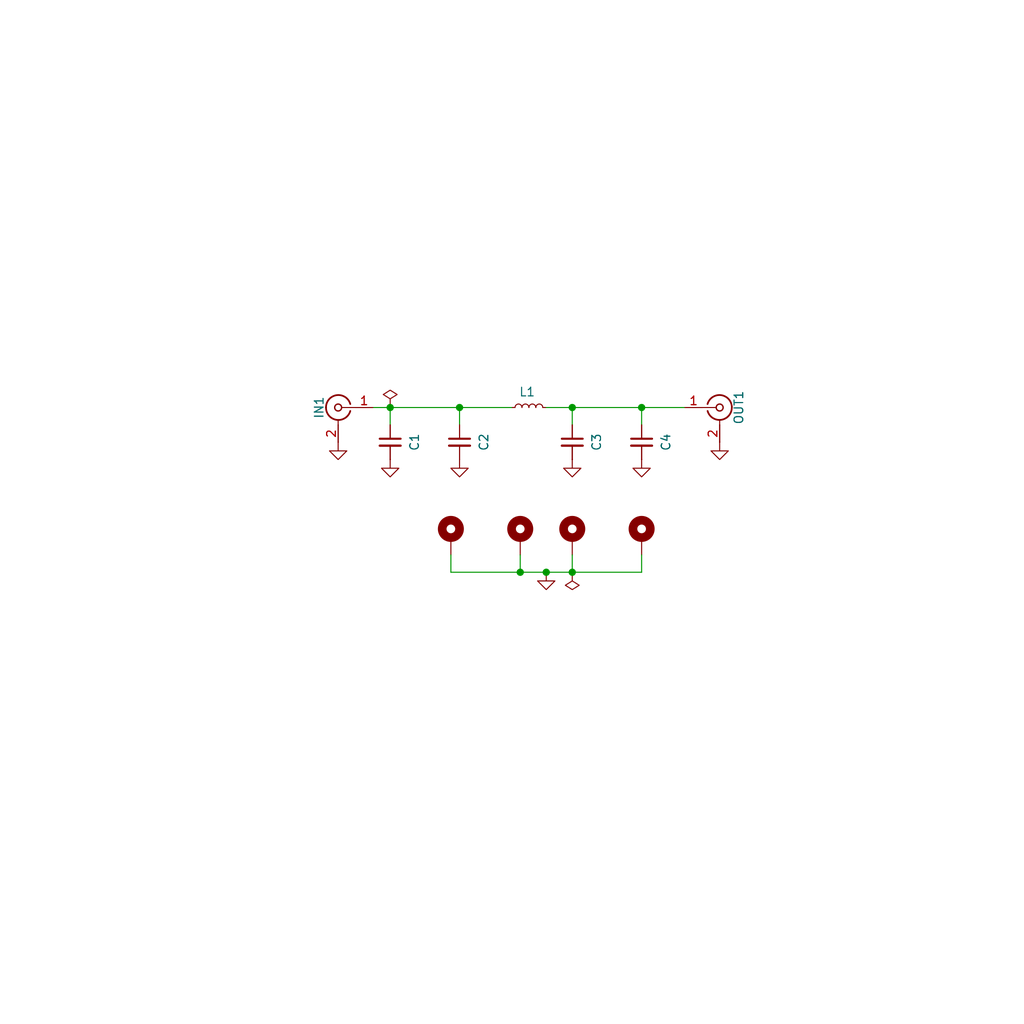
<source format=kicad_sch>
(kicad_sch (version 20240417) (generator "eeschema") (generator_version "8.99")
  (paper "User" 150.012 150.012)
  (title_block (title "3-Pole LPF") (date "2024-05-29") (rev "0.01") (company "Dhiru Kholia (VU3CER)"))
  (lib_symbols
    (symbol "Conn_Coaxial_1" (pin_names (offset 1.016) hide)
      (property "Reference" "J" (at 0.254 3.048 0))
      (property "Value" "Conn_Coaxial" (at 2.921 0 90))
      (symbol "Conn_Coaxial_1_0_1"
        (polyline (pts (xy -2.54 0) (xy -0.508 0)))
        (arc (start 1.778 0) (mid 0.222 -1.8079) (end -1.778 -0.508) (stroke (width 0.254)))
        (arc (start -1.778 0.508) (mid 0.2221 1.8084) (end 1.778 0) (stroke (width 0.254)))
        (circle (center 0 0) (radius 0.508) (stroke (width 0.2032)))
        (polyline (pts (xy 0 -2.54) (xy 0 -1.778)))
      )
      (symbol "Conn_Coaxial_1_1_1"
        (pin passive line (at -5.08 0 0) (length 2.54) (name "In") (number "1"))
        (pin passive line (at 0 -5.08 90) (length 2.54) (name "Ext") (number "2"))
      )
    )
    (symbol "Connector:Conn_Coaxial" (pin_names (offset 1.016) hide)
      (property "Reference" "J" (at 0.254 3.048 0))
      (property "Value" "Conn_Coaxial" (at 2.921 0 90))
      (symbol "Conn_Coaxial_0_1"
        (polyline (pts (xy -2.54 0) (xy -0.508 0)))
        (arc (start 1.778 0) (mid 0.222 -1.8079) (end -1.778 -0.508) (stroke (width 0.254)))
        (arc (start -1.778 0.508) (mid 0.2221 1.8084) (end 1.778 0) (stroke (width 0.254)))
        (circle (center 0 0) (radius 0.508) (stroke (width 0.2032)))
        (polyline (pts (xy 0 -2.54) (xy 0 -1.778)))
      )
      (symbol "Conn_Coaxial_1_1"
        (pin passive line (at -5.08 0 0) (length 2.54) (name "In") (number "1"))
        (pin passive line (at 0 -5.08 90) (length 2.54) (name "Ext") (number "2"))
      )
    )
    (symbol "Device:C_Small" (pin_numbers hide) (pin_names (offset 0.254) hide)
      (property "Reference" "C" (at 0.254 1.778 0))
      (property "Value" "C_Small" (at 0.254 -2.032 0))
      (symbol "C_Small_0_1"
        (polyline (pts (xy -1.524 0.508) (xy 1.524 0.508)) (stroke (width 0.3048)))
        (polyline (pts (xy -1.524 -0.508) (xy 1.524 -0.508)) (stroke (width 0.3302)))
      )
      (symbol "C_Small_1_1"
        (pin passive line (at 0 2.54 270) (length 2.032) (name "~") (number "1"))
        (pin passive line (at 0 -2.54 90) (length 2.032) (name "~") (number "2"))
      )
    )
    (symbol "Device:L_Small" (pin_numbers hide) (pin_names (offset 0.254) hide)
      (property "Reference" "L" (at 0.762 1.016 0))
      (property "Value" "L_Small" (at 0.762 -1.016 0))
      (symbol "L_Small_0_1"
        (arc (start 0 2.032) (mid 0.5058 1.524) (end 0 1.016))
        (arc (start 0 1.016) (mid 0.5058 0.508) (end 0 0))
        (arc (start 0 0) (mid 0.5058 -0.508) (end 0 -1.016))
        (arc (start 0 -1.016) (mid 0.5058 -1.524) (end 0 -2.032))
      )
      (symbol "L_Small_1_1"
        (pin passive line (at 0 2.54 270) (length 0.508) (name "~") (number "1"))
        (pin passive line (at 0 -2.54 90) (length 0.508) (name "~") (number "2"))
      )
    )
    (symbol "Mechanical:MountingHole_Pad" (pin_numbers hide) (pin_names (offset 1.016) hide)
      (property "Reference" "H" (at 0 6.35 0))
      (property "Value" "MountingHole_Pad" (at 0 4.445 0))
      (symbol "MountingHole_Pad_0_1"
        (circle (center 0 1.27) (radius 1.27) (stroke (width 1.27)))
      )
      (symbol "MountingHole_Pad_1_1"
        (pin input line (at 0 -2.54 90) (length 2.54) (name "1") (number "1"))
      )
    )
    (symbol "power:GND" (power) (pin_numbers hide) (pin_names (offset 0) hide)
      (property "Value" "GND" (at 0 -3.81 0))
      (symbol "GND_0_1"
        (polyline (pts (xy 0 0) (xy 0 -1.27) (xy 1.27 -1.27) (xy 0 -2.54) (xy -1.27 -1.27) (xy 0 -1.27)))
      )
      (symbol "GND_1_1"
        (pin power_in line (at 0 0 270) (length 0) (name "~") (number "1"))
      )
    )
    (symbol "power:PWR_FLAG" (power) (pin_numbers hide) (pin_names (offset 0) hide)
      (property "Value" "PWR_FLAG" (at 0 3.81 0))
      (symbol "PWR_FLAG_0_0"
        (pin power_out line (at 0 0 90) (length 0) (name "~") (number "1"))
      )
      (symbol "PWR_FLAG_0_1"
        (polyline (pts (xy 0 0) (xy 0 1.27) (xy -1.016 1.905) (xy 0 2.54) (xy 1.016 1.905) (xy 0 1.27)))
      )
    )
  )
  (junction (at 83.82 59.69))
  (junction (at 57.15 59.69))
  (junction (at 76.2 83.82))
  (junction (at 80.01 83.82))
  (junction (at 67.31 59.69))
  (junction (at 83.82 83.82))
  (junction (at 93.98 59.69))
  (wire (pts (xy 54.61 59.69) (xy 57.15 59.69)))
  (wire (pts (xy 80.01 83.82) (xy 83.82 83.82)))
  (wire (pts (xy 67.31 59.69) (xy 67.31 62.23)))
  (wire (pts (xy 83.82 81.28) (xy 83.82 83.82)))
  (wire (pts (xy 57.15 62.23) (xy 57.15 59.69)))
  (wire (pts (xy 93.98 59.69) (xy 100.33 59.69)))
  (wire (pts (xy 67.31 59.69) (xy 74.93 59.69)))
  (wire (pts (xy 93.98 59.69) (xy 93.98 62.23)))
  (wire (pts (xy 66.04 83.82) (xy 76.2 83.82)))
  (wire (pts (xy 80.01 59.69) (xy 83.82 59.69)))
  (wire (pts (xy 93.98 83.82) (xy 93.98 81.28)))
  (wire (pts (xy 83.82 59.69) (xy 93.98 59.69)))
  (wire (pts (xy 83.82 62.23) (xy 83.82 59.69)))
  (wire (pts (xy 76.2 81.28) (xy 76.2 83.82)))
  (wire (pts (xy 76.2 83.82) (xy 80.01 83.82)))
  (wire (pts (xy 66.04 81.28) (xy 66.04 83.82)))
  (wire (pts (xy 57.15 59.69) (xy 67.31 59.69)))
  (wire (pts (xy 83.82 83.82) (xy 93.98 83.82)))
  (symbol (lib_name "Conn_Coaxial_1") (lib_id "Connector:Conn_Coaxial") (at 49.53 59.69 0) (mirror y) (unit 1)
    (property "Reference" "IN1" (at 46.736 59.69 90))
    (property "Value" "SMA" (effects (hide yes)))
    (property "Footprint" "Connector_Coaxial:SMA_Samtec_SMA-J-P-H-ST-EM1_EdgeMount" (effects (hide yes)))
    (property "Description" "coaxial connector (BNC, SMA, SMB, SMC, Cinch/RCA, LEMO, ...)" (effects (hide yes)))
  )
  (symbol (lib_id "power:GND") (at 67.31 67.31 0) (unit 1)
    (property "Reference" "#PWR05" (effects (hide yes)))
    (property "Value" "GND" (effects (hide yes)))
    (property "Description" "Power symbol creates a global label with name \"GND\" , ground" (effects (hide yes)))
  )
  (symbol (lib_id "Mechanical:MountingHole_Pad") (at 66.04 78.74 0) (unit 1)
    (property "Reference" "H1" (effects (hide yes)))
    (property "Value" "MountingHole_Pad" (effects (hide yes)))
    (property "Footprint" "MountingHole:MountingHole_2.2mm_M2_Pad_Via" (effects (hide yes)))
  )
  (symbol (lib_id "Device:L_Small") (at 77.47 59.69 90) (unit 1)
    (property "Reference" "L1" (at 77.216 57.404 90))
    (property "Value" "L_Small" (effects (hide yes)))
    (property "Footprint" "Inductor_THT:L_Toroid_Vertical_L10.0mm_W5.0mm_P5.08mm" (effects (hide yes)))
    (property "Description" "Inductor, small symbol" (effects (hide yes)))
  )
  (symbol (lib_id "power:PWR_FLAG") (at 57.15 59.69 0) (unit 1)
    (property "Reference" "#FLG01" (effects (hide yes)))
    (property "Value" "PWR_FLAG" (effects (hide yes)))
    (property "Description" "Special symbol for telling ERC where power comes from" (effects (hide yes)))
  )
  (symbol (lib_id "power:GND") (at 105.41 64.77 0) (mirror y) (unit 1)
    (property "Reference" "#PWR03" (effects (hide yes)))
    (property "Value" "GND" (effects (hide yes)))
    (property "Description" "Power symbol creates a global label with name \"GND\" , ground" (effects (hide yes)))
  )
  (symbol (lib_id "power:GND") (at 57.15 67.31 0) (unit 1)
    (property "Reference" "#PWR04" (effects (hide yes)))
    (property "Value" "GND" (effects (hide yes)))
    (property "Description" "Power symbol creates a global label with name \"GND\" , ground" (effects (hide yes)))
  )
  (symbol (lib_id "Mechanical:MountingHole_Pad") (at 76.2 78.74 0) (unit 1)
    (property "Reference" "H2" (effects (hide yes)))
    (property "Value" "MountingHole_Pad" (effects (hide yes)))
    (property "Footprint" "MountingHole:MountingHole_2.2mm_M2_Pad_Via" (effects (hide yes)))
  )
  (symbol (lib_id "power:GND") (at 80.01 83.82 0) (unit 1)
    (property "Reference" "#PWR01" (effects (hide yes)))
    (property "Value" "GND" (effects (hide yes)))
    (property "Description" "Power symbol creates a global label with name \"GND\" , ground" (effects (hide yes)))
  )
  (symbol (lib_id "power:GND") (at 83.82 67.31 0) (unit 1)
    (property "Reference" "#PWR08" (effects (hide yes)))
    (property "Value" "GND" (effects (hide yes)))
    (property "Description" "Power symbol creates a global label with name \"GND\" , ground" (effects (hide yes)))
  )
  (symbol (lib_id "power:GND") (at 49.53 64.77 0) (unit 1)
    (property "Reference" "#PWR02" (effects (hide yes)))
    (property "Value" "GND" (effects (hide yes)))
    (property "Description" "Power symbol creates a global label with name \"GND\" , ground" (effects (hide yes)))
  )
  (symbol (lib_id "power:GND") (at 93.98 67.31 0) (unit 1)
    (property "Reference" "#PWR09" (effects (hide yes)))
    (property "Value" "GND" (effects (hide yes)))
    (property "Description" "Power symbol creates a global label with name \"GND\" , ground" (effects (hide yes)))
  )
  (symbol (lib_id "Device:C_Small") (at 57.15 64.77 0) (unit 1)
    (property "Reference" "C1" (at 60.706 64.77 90))
    (property "Value" "100n" (effects (hide yes)))
    (property "Footprint" "Capacitor_THT:C_Disc_D5.0mm_W2.5mm_P5.00mm" (effects (hide yes)))
    (property "Description" "Unpolarized capacitor, small symbol" (effects (hide yes)))
  )
  (symbol (lib_id "Device:C_Small") (at 67.31 64.77 0) (unit 1)
    (property "Reference" "C2" (at 70.866 64.77 90))
    (property "Value" "100n" (effects (hide yes)))
    (property "Footprint" "Capacitor_THT:C_Disc_D5.0mm_W2.5mm_P5.00mm" (effects (hide yes)))
    (property "Description" "Unpolarized capacitor, small symbol" (effects (hide yes)))
  )
  (symbol (lib_id "Device:C_Small") (at 93.98 64.77 0) (unit 1)
    (property "Reference" "C4" (at 97.536 64.77 90))
    (property "Value" "100n" (effects (hide yes)))
    (property "Footprint" "Capacitor_THT:C_Disc_D5.0mm_W2.5mm_P5.00mm" (effects (hide yes)))
    (property "Description" "Unpolarized capacitor, small symbol" (effects (hide yes)))
  )
  (symbol (lib_id "power:PWR_FLAG") (at 83.82 83.82 180) (unit 1)
    (property "Reference" "#FLG02" (effects (hide yes)))
    (property "Value" "PWR_FLAG" (effects (hide yes)))
    (property "Description" "Special symbol for telling ERC where power comes from" (effects (hide yes)))
  )
  (symbol (lib_id "Mechanical:MountingHole_Pad") (at 83.82 78.74 0) (unit 1)
    (property "Reference" "H3" (effects (hide yes)))
    (property "Value" "MountingHole_Pad" (effects (hide yes)))
    (property "Footprint" "MountingHole:MountingHole_2.2mm_M2_Pad_Via" (effects (hide yes)))
  )
  (symbol (lib_id "Device:C_Small") (at 83.82 64.77 0) (unit 1)
    (property "Reference" "C3" (at 87.376 64.77 90))
    (property "Value" "100n" (effects (hide yes)))
    (property "Footprint" "Capacitor_THT:C_Disc_D5.0mm_W2.5mm_P5.00mm" (effects (hide yes)))
    (property "Description" "Unpolarized capacitor, small symbol" (effects (hide yes)))
  )
  (symbol (lib_id "Connector:Conn_Coaxial") (at 105.41 59.69 0) (unit 1)
    (property "Reference" "OUT1" (at 108.204 59.69 90))
    (property "Value" "SMA" (effects (hide yes)))
    (property "Footprint" "Connector_Coaxial:SMA_Samtec_SMA-J-P-H-ST-EM1_EdgeMount" (effects (hide yes)))
    (property "Description" "coaxial connector (BNC, SMA, SMB, SMC, Cinch/RCA, LEMO, ...)" (effects (hide yes)))
  )
  (symbol (lib_id "Mechanical:MountingHole_Pad") (at 93.98 78.74 0) (mirror y) (unit 1)
    (property "Reference" "H4" (effects (hide yes)))
    (property "Value" "MountingHole_Pad" (effects (hide yes)))
    (property "Footprint" "MountingHole:MountingHole_2.2mm_M2_Pad_Via" (effects (hide yes)))
  )
)
</source>
